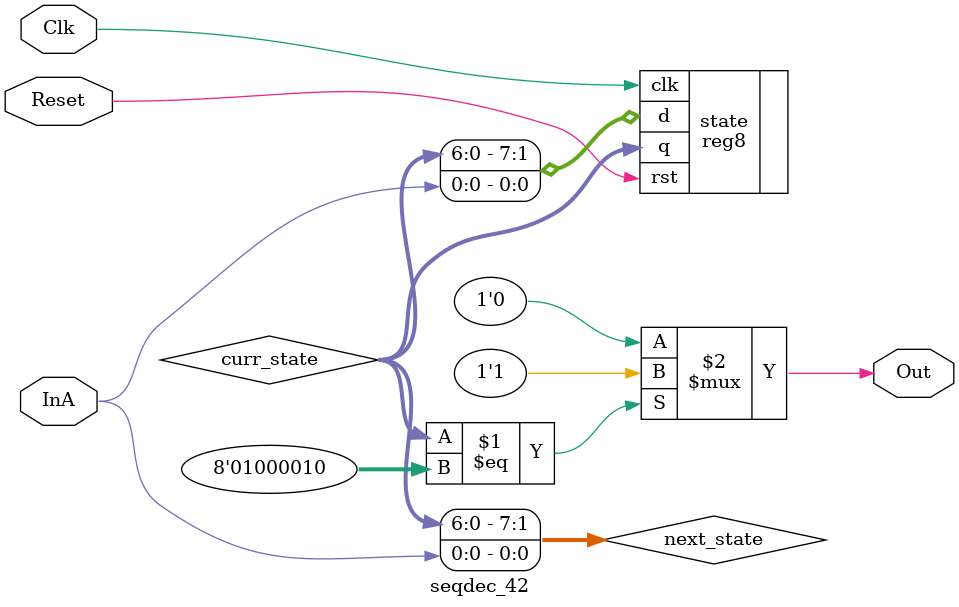
<source format=v>
module seqdec_42(InA, Clk, Reset, Out);

    //ID number is 9076575597
    input InA, Clk, Reset;
    output Out;

    wire [7:0] next_state, curr_state;

    reg8 state (.q(curr_state), .d(next_state), .clk(Clk), .rst(Reset));

    assign Out = (curr_state == 8'b01000010) ? 1'b1 : 1'b0;
    assign next_state = {curr_state[6:0], InA};

endmodule

</source>
